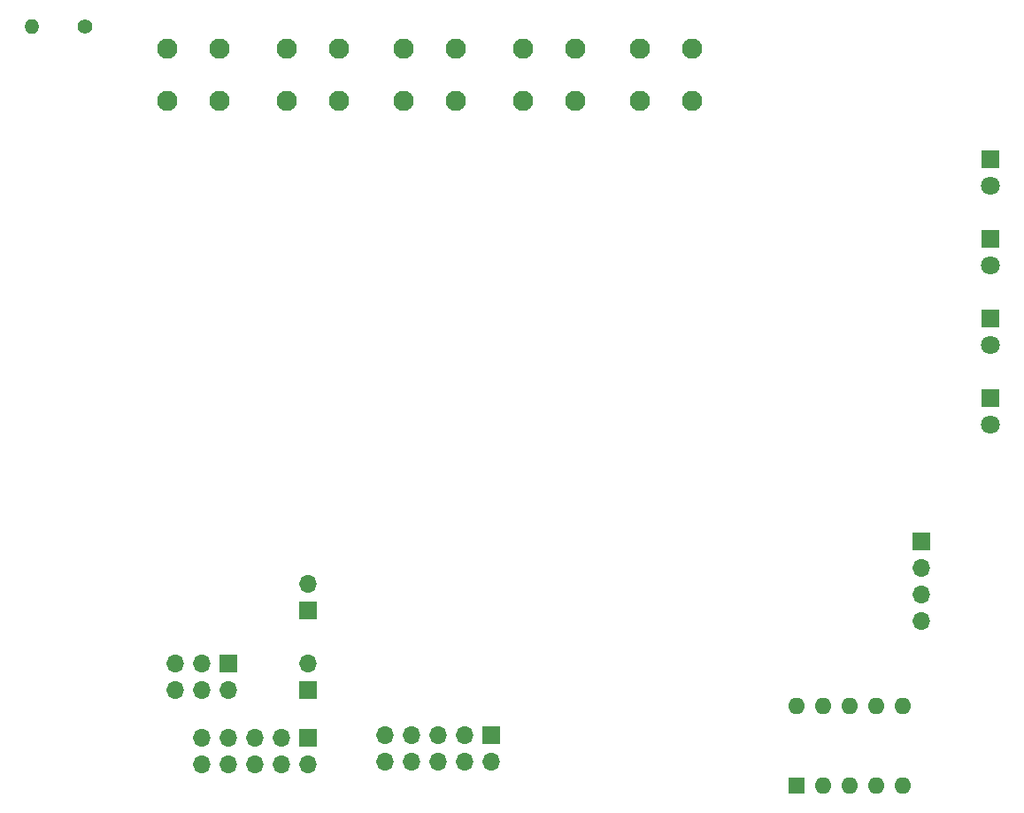
<source format=gbr>
%TF.GenerationSoftware,KiCad,Pcbnew,5.1.10-88a1d61d58~90~ubuntu20.04.1*%
%TF.CreationDate,2021-10-13T19:14:15+02:00*%
%TF.ProjectId,AO_V2,414f5f56-322e-46b6-9963-61645f706362,rev?*%
%TF.SameCoordinates,Original*%
%TF.FileFunction,Soldermask,Bot*%
%TF.FilePolarity,Negative*%
%FSLAX46Y46*%
G04 Gerber Fmt 4.6, Leading zero omitted, Abs format (unit mm)*
G04 Created by KiCad (PCBNEW 5.1.10-88a1d61d58~90~ubuntu20.04.1) date 2021-10-13 19:14:15*
%MOMM*%
%LPD*%
G01*
G04 APERTURE LIST*
%ADD10O,1.400000X1.400000*%
%ADD11C,1.400000*%
%ADD12O,1.700000X1.700000*%
%ADD13R,1.700000X1.700000*%
%ADD14C,1.950000*%
%ADD15C,1.800000*%
%ADD16R,1.800000X1.800000*%
%ADD17O,1.600000X1.600000*%
%ADD18R,1.600000X1.600000*%
G04 APERTURE END LIST*
D10*
%TO.C,F1*%
X96266000Y-73660000D03*
D11*
X101346000Y-73660000D03*
%TD*%
D12*
%TO.C,J11*%
X122682000Y-134620000D03*
D13*
X122682000Y-137160000D03*
%TD*%
D12*
%TO.C,J10*%
X122682000Y-127000000D03*
D13*
X122682000Y-129540000D03*
%TD*%
D14*
%TO.C,J9*%
X159432000Y-75772000D03*
X159432000Y-80772000D03*
X154432000Y-75772000D03*
X154432000Y-80772000D03*
%TD*%
%TO.C,J8*%
X148256000Y-75772000D03*
X148256000Y-80772000D03*
X143256000Y-75772000D03*
X143256000Y-80772000D03*
%TD*%
%TO.C,J7*%
X136826000Y-75772000D03*
X136826000Y-80772000D03*
X131826000Y-75772000D03*
X131826000Y-80772000D03*
%TD*%
%TO.C,J6*%
X125650000Y-75772000D03*
X125650000Y-80772000D03*
X120650000Y-75772000D03*
X120650000Y-80772000D03*
%TD*%
%TO.C,J5*%
X114220000Y-75772000D03*
X114220000Y-80772000D03*
X109220000Y-75772000D03*
X109220000Y-80772000D03*
%TD*%
D15*
%TO.C,D4*%
X187960000Y-88900000D03*
D16*
X187960000Y-86360000D03*
%TD*%
D15*
%TO.C,D3*%
X187960000Y-96520000D03*
D16*
X187960000Y-93980000D03*
%TD*%
D15*
%TO.C,D2*%
X187960000Y-104140000D03*
D16*
X187960000Y-101600000D03*
%TD*%
D15*
%TO.C,D1*%
X187960000Y-111760000D03*
D16*
X187960000Y-109220000D03*
%TD*%
D17*
%TO.C,SW1*%
X169418000Y-138684000D03*
X179578000Y-146304000D03*
X171958000Y-138684000D03*
X177038000Y-146304000D03*
X174498000Y-138684000D03*
X174498000Y-146304000D03*
X177038000Y-138684000D03*
X171958000Y-146304000D03*
X179578000Y-138684000D03*
D18*
X169418000Y-146304000D03*
%TD*%
D12*
%TO.C,J4*%
X112522000Y-144272000D03*
X112522000Y-141732000D03*
X115062000Y-144272000D03*
X115062000Y-141732000D03*
X117602000Y-144272000D03*
X117602000Y-141732000D03*
X120142000Y-144272000D03*
X120142000Y-141732000D03*
X122682000Y-144272000D03*
D13*
X122682000Y-141732000D03*
%TD*%
D12*
%TO.C,J3*%
X130048000Y-144018000D03*
X130048000Y-141478000D03*
X132588000Y-144018000D03*
X132588000Y-141478000D03*
X135128000Y-144018000D03*
X135128000Y-141478000D03*
X137668000Y-144018000D03*
X137668000Y-141478000D03*
X140208000Y-144018000D03*
D13*
X140208000Y-141478000D03*
%TD*%
D12*
%TO.C,J2*%
X109982000Y-137160000D03*
X109982000Y-134620000D03*
X112522000Y-137160000D03*
X112522000Y-134620000D03*
X115062000Y-137160000D03*
D13*
X115062000Y-134620000D03*
%TD*%
D12*
%TO.C,J1*%
X181356000Y-130556000D03*
X181356000Y-128016000D03*
X181356000Y-125476000D03*
D13*
X181356000Y-122936000D03*
%TD*%
M02*

</source>
